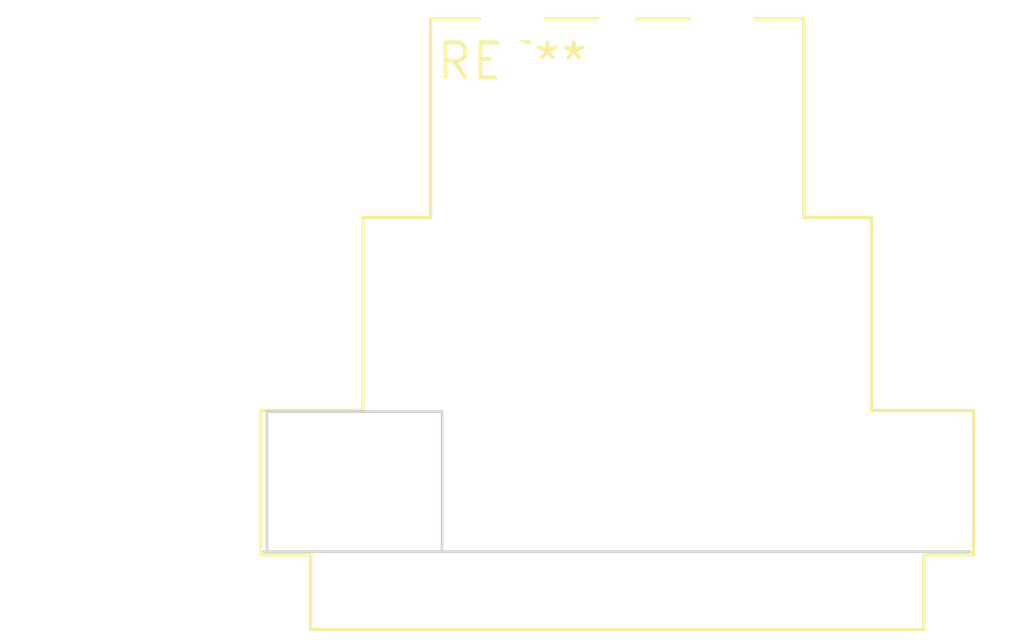
<source format=kicad_pcb>
(kicad_pcb (version 20240108) (generator pcbnew)
  (layers (0 "F.Cu" signal) (31 "B.Cu" signal) (34 "B.Paste" user) (35 "F.Paste" user) (36 "B.SilkS" user "B.Silkscreen") (37 "F.SilkS" user "F.Silkscreen") (38 "B.Mask" user) (39 "F.Mask" user) (44 "Edge.Cuts" user))
  (net 0 "")
  (footprint "Jack_XLR_Neutrik_NC3MBHL_Horizontal" (layer "F.Cu") (at 0 0)
    (property "Reference" "REF**")
    (property "Value" "Jack_XLR_Neutrik_NC3MBHL_Horizontal")
    (fp_line (start -9.11 12.66) (end -5.41 12.66) (layer "F.SilkS") (stroke (width 0.12)))
    (fp_line (start -9.11 17.9) (end -9.11 12.66) (layer "F.SilkS") (stroke (width 0.12)))
    (fp_line (start -7.31 17.9) (end -9.11 17.9) (layer "F.SilkS") (stroke (width 0.12)))
    (fp_line (start -7.31 17.9) (end -7.31 20.6) (layer "F.SilkS") (stroke (width 0.12)))
    (fp_line (start -5.41 12.66) (end -5.41 5.66) (layer "F.SilkS") (stroke (width 0.12)))
    (fp_line (start -2.96 5.66) (end -5.41 5.66) (layer "F.SilkS") (stroke (width 0.12)))
    (fp_line (start -2.96 5.66) (end -2.96 -1.54) (layer "F.SilkS") (stroke (width 0.12)))
    (fp_line (start -1.19 -1.54) (end -2.96 -1.54) (layer "F.SilkS") (stroke (width 0.12)))
    (fp_line (start 3.11 -1.54) (end 1.21 -1.54) (layer "F.SilkS") (stroke (width 0.12)))
    (fp_line (start 4.51 -1.54) (end 6.41 -1.54) (layer "F.SilkS") (stroke (width 0.12)))
    (fp_line (start 10.58 -1.54) (end 8.81 -1.54) (layer "F.SilkS") (stroke (width 0.12)))
    (fp_line (start 10.58 5.66) (end 10.58 -1.54) (layer "F.SilkS") (stroke (width 0.12)))
    (fp_line (start 10.58 5.66) (end 13.03 5.66) (layer "F.SilkS") (stroke (width 0.12)))
    (fp_line (start 13.03 12.66) (end 13.03 5.66) (layer "F.SilkS") (stroke (width 0.12)))
    (fp_line (start 13.03 12.66) (end 16.73 12.66) (layer "F.SilkS") (stroke (width 0.12)))
    (fp_line (start 14.93 17.9) (end 14.93 20.6) (layer "F.SilkS") (stroke (width 0.12)))
    (fp_line (start 14.93 20.6) (end -7.31 20.6) (layer "F.SilkS") (stroke (width 0.12)))
    (fp_line (start 16.73 17.9) (end 14.93 17.9) (layer "F.SilkS") (stroke (width 0.12)))
    (fp_line (start 16.73 17.9) (end 16.73 12.66) (layer "F.SilkS") (stroke (width 0.12)))
    (fp_line (start -8.89 12.7) (end -8.89 17.78) (layer "Edge.Cuts") (stroke (width 0.1)))
    (fp_line (start -2.54 12.7) (end -8.89 12.7) (layer "Edge.Cuts") (stroke (width 0.1)))
    (fp_line (start -2.54 17.78) (end -2.54 12.7) (layer "Edge.Cuts") (stroke (width 0.1)))
    (fp_line (start 16.61 17.78) (end -8.99 17.78) (layer "Edge.Cuts") (stroke (width 0.1)))
    (pad "" np_thru_hole circle (at 3.81 9.52) (size 1.2 1.2) (drill 1.2) (layers *.Cu *.Mask))
    (pad "1" thru_hole circle (at 0 0) (size 3.4 3.4) (drill 1.6) (layers *.Cu *.Mask) (remove_unused_layers))
    (pad "2" thru_hole circle (at 3.81 0) (size 2.9 2.9) (drill 1.2) (layers *.Cu *.Mask) (remove_unused_layers))
    (pad "3" thru_hole circle (at 7.62 0) (size 3.4 3.4) (drill 1.6) (layers *.Cu *.Mask) (remove_unused_layers))
    (pad "G" thru_hole circle (at 3.81 3.81) (size 2.9 2.9) (drill 1.2) (layers *.Cu *.Mask) (remove_unused_layers))
  )
)
</source>
